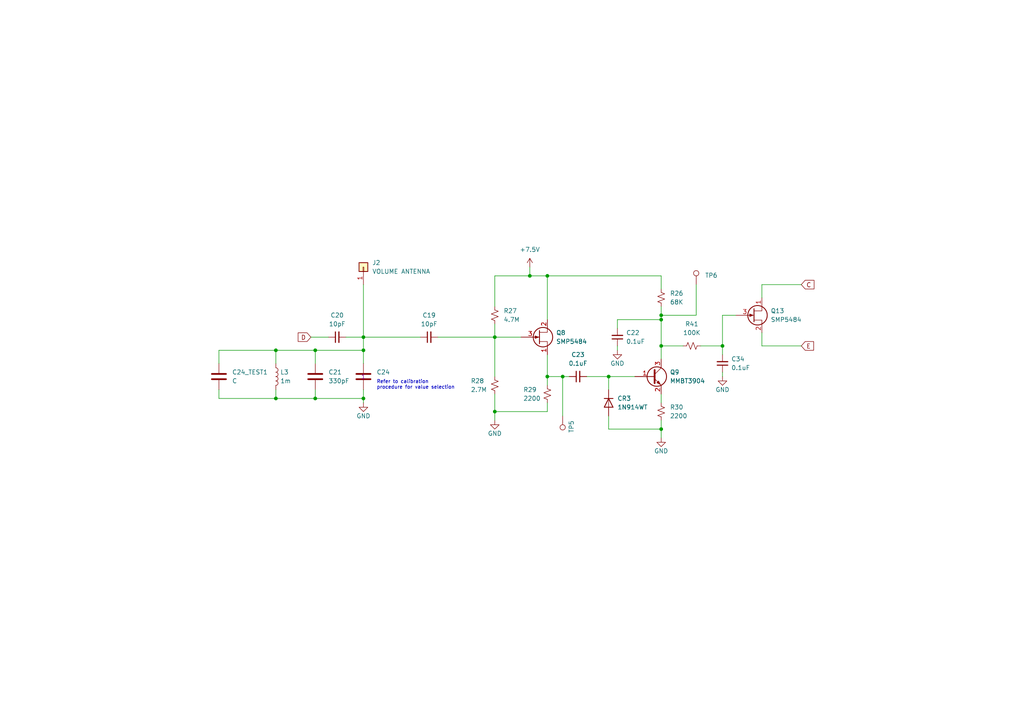
<source format=kicad_sch>
(kicad_sch (version 20221206) (generator eeschema)
  (paper "A4")
  (lib_symbols
    (symbol "Connector:TestPoint" (pin_numbers hide) (pin_names (offset 0.762) hide)
      (property "Reference" "TP" (at 0 6.858 0))
      (property "Value" "TestPoint" (at 0 5.08 0))
      (symbol "TestPoint_0_1"
        (circle (center 0 3.302) (radius 0.762))
      )
      (symbol "TestPoint_1_1"
        (pin passive line (at 0 0 90) (length 2.54) (name "1") (number "1"))
      )
    )
    (symbol "Connector_Generic:Conn_01x01" (pin_names (offset 1.016) hide)
      (property "Reference" "J" (at 0 2.54 0))
      (property "Value" "Conn_01x01" (at 0 -2.54 0))
      (symbol "Conn_01x01_1_1"
        (rectangle (start -1.27 0.127) (end 0 -0.127) (stroke (width 0.1524)))
        (rectangle (start -1.27 1.27) (end 1.27 -1.27) (stroke (width 0.254)) (fill (type background)))
        (pin passive line (at -5.08 0 0) (length 3.81) (name "Pin_1") (number "1"))
      )
    )
    (symbol "Device:C" (pin_numbers hide) (pin_names (offset 0.254))
      (property "Reference" "C" (at 0.635 2.54 0))
      (property "Value" "C" (at 0.635 -2.54 0))
      (symbol "C_0_1"
        (polyline (pts (xy -2.032 -0.762) (xy 2.032 -0.762)) (stroke (width 0.508)))
        (polyline (pts (xy -2.032 0.762) (xy 2.032 0.762)) (stroke (width 0.508)))
      )
      (symbol "C_1_1"
        (pin passive line (at 0 3.81 270) (length 2.794) (name "~") (number "1"))
        (pin passive line (at 0 -3.81 90) (length 2.794) (name "~") (number "2"))
      )
    )
    (symbol "Device:C_Small" (pin_numbers hide) (pin_names (offset 0.254) hide)
      (property "Reference" "C" (at 0.254 1.778 0))
      (property "Value" "C_Small" (at 0.254 -2.032 0))
      (symbol "C_Small_0_1"
        (polyline (pts (xy -1.524 -0.508) (xy 1.524 -0.508)) (stroke (width 0.3302)))
        (polyline (pts (xy -1.524 0.508) (xy 1.524 0.508)) (stroke (width 0.3048)))
      )
      (symbol "C_Small_1_1"
        (pin passive line (at 0 2.54 270) (length 2.032) (name "~") (number "1"))
        (pin passive line (at 0 -2.54 90) (length 2.032) (name "~") (number "2"))
      )
    )
    (symbol "Device:L" (pin_numbers hide) (pin_names (offset 1.016) hide)
      (property "Reference" "L" (at -1.27 0 90))
      (property "Value" "L" (at 1.905 0 90))
      (symbol "L_0_1"
        (arc (start 0 -2.54) (mid 0.6323 -1.905) (end 0 -1.27))
        (arc (start 0 -1.27) (mid 0.6323 -0.635) (end 0 0))
        (arc (start 0 0) (mid 0.6323 0.635) (end 0 1.27))
        (arc (start 0 1.27) (mid 0.6323 1.905) (end 0 2.54))
      )
      (symbol "L_1_1"
        (pin passive line (at 0 3.81 270) (length 1.27) (name "1") (number "1"))
        (pin passive line (at 0 -3.81 90) (length 1.27) (name "2") (number "2"))
      )
    )
    (symbol "Device:Q_NJFET_SDG" (pin_names (offset 0) hide)
      (property "Reference" "Q" (at 5.08 1.27 0))
      (property "Value" "Q_NJFET_SDG" (at 5.08 -1.27 0))
      (symbol "Q_NJFET_SDG_0_1"
        (polyline (pts (xy 0.254 1.905) (xy 0.254 -1.905) (xy 0.254 -1.905)) (stroke (width 0.254)))
        (polyline (pts (xy 2.54 -2.54) (xy 2.54 -1.27) (xy 0.254 -1.27)))
        (polyline (pts (xy 2.54 2.54) (xy 2.54 1.397) (xy 0.254 1.397)))
        (polyline (pts (xy 0 0) (xy -1.016 0.381) (xy -1.016 -0.381) (xy 0 0)) (fill (type outline)))
        (circle (center 1.27 0) (radius 2.8194) (stroke (width 0.254)))
      )
      (symbol "Q_NJFET_SDG_1_1"
        (pin passive line (at 2.54 -5.08 90) (length 2.54) (name "S") (number "1"))
        (pin passive line (at 2.54 5.08 270) (length 2.54) (name "D") (number "2"))
        (pin input line (at -5.08 0 0) (length 5.334) (name "G") (number "3"))
      )
    )
    (symbol "Device:R_Small_US" (pin_numbers hide) (pin_names (offset 0.254) hide)
      (property "Reference" "R" (at 0.762 0.508 0))
      (property "Value" "R_Small_US" (at 0.762 -1.016 0))
      (symbol "R_Small_US_1_1"
        (polyline (pts (xy 0 0) (xy 1.016 -0.381) (xy 0 -0.762) (xy -1.016 -1.143) (xy 0 -1.524)))
        (polyline (pts (xy 0 1.524) (xy 1.016 1.143) (xy 0 0.762) (xy -1.016 0.381) (xy 0 0)))
        (pin passive line (at 0 2.54 270) (length 1.016) (name "~") (number "1"))
        (pin passive line (at 0 -2.54 90) (length 1.016) (name "~") (number "2"))
      )
    )
    (symbol "Diode:1N914WT" (pin_numbers hide) (pin_names hide)
      (property "Reference" "D" (at 0 2.54 0))
      (property "Value" "1N914WT" (at 0 -2.54 0))
      (symbol "1N914WT_0_1"
        (polyline (pts (xy -1.27 1.27) (xy -1.27 -1.27)) (stroke (width 0.254)))
        (polyline (pts (xy 1.27 0) (xy -1.27 0)))
        (polyline (pts (xy 1.27 1.27) (xy 1.27 -1.27) (xy -1.27 0) (xy 1.27 1.27)) (stroke (width 0.254)))
      )
      (symbol "1N914WT_1_1"
        (pin passive line (at -3.81 0 0) (length 2.54) (name "K") (number "1"))
        (pin passive line (at 3.81 0 180) (length 2.54) (name "A") (number "2"))
      )
    )
    (symbol "Transistor_BJT:MMBT3904" (pin_names (offset 0) hide)
      (property "Reference" "Q" (at 5.08 1.905 0))
      (property "Value" "MMBT3904" (at 5.08 0 0))
      (symbol "MMBT3904_0_1"
        (polyline (pts (xy 0.635 0.635) (xy 2.54 2.54)))
        (polyline (pts (xy 0.635 -0.635) (xy 2.54 -2.54) (xy 2.54 -2.54)))
        (polyline (pts (xy 0.635 1.905) (xy 0.635 -1.905) (xy 0.635 -1.905)) (stroke (width 0.508)))
        (polyline (pts (xy 1.27 -1.778) (xy 1.778 -1.27) (xy 2.286 -2.286) (xy 1.27 -1.778) (xy 1.27 -1.778)) (fill (type outline)))
        (circle (center 1.27 0) (radius 2.8194) (stroke (width 0.254)))
      )
      (symbol "MMBT3904_1_1"
        (pin input line (at -5.08 0 0) (length 5.715) (name "B") (number "1"))
        (pin passive line (at 2.54 -5.08 90) (length 2.54) (name "E") (number "2"))
        (pin passive line (at 2.54 5.08 270) (length 2.54) (name "C") (number "3"))
      )
    )
    (symbol "power:+7.5V" (power) (pin_names (offset 0))
      (property "Value" "+7.5V" (at 0 3.556 0))
      (symbol "+7.5V_0_1"
        (polyline (pts (xy -0.762 1.27) (xy 0 2.54)))
        (polyline (pts (xy 0 0) (xy 0 2.54)))
        (polyline (pts (xy 0 2.54) (xy 0.762 1.27)))
      )
      (symbol "+7.5V_1_1"
        (pin power_in line (at 0 0 90) (length 0) hide (name "+7.5V") (number "1"))
      )
    )
    (symbol "power:GND" (power) (pin_names (offset 0))
      (property "Value" "GND" (at 0 -3.81 0))
      (symbol "GND_0_1"
        (polyline (pts (xy 0 0) (xy 0 -1.27) (xy 1.27 -1.27) (xy 0 -2.54) (xy -1.27 -1.27) (xy 0 -1.27)))
      )
      (symbol "GND_1_1"
        (pin power_in line (at 0 0 270) (length 0) hide (name "GND") (number "1"))
      )
    )
  )
  (junction (at 143.51 119.38))
  (junction (at 143.51 97.79))
  (junction (at 158.75 109.22))
  (junction (at 80.01 115.57))
  (junction (at 158.75 80.01))
  (junction (at 163.195 109.22))
  (junction (at 209.55 100.33))
  (junction (at 91.44 115.57))
  (junction (at 191.77 91.44))
  (junction (at 105.41 115.57))
  (junction (at 153.67 80.01))
  (junction (at 105.41 101.6))
  (junction (at 191.77 124.46))
  (junction (at 91.44 101.6))
  (junction (at 191.77 100.33))
  (junction (at 176.53 109.22))
  (junction (at 191.77 92.71))
  (junction (at 80.01 101.6))
  (junction (at 105.41 97.79))
  (wire (pts (xy 158.75 80.01) (xy 158.75 92.71)))
  (wire (pts (xy 191.77 114.3) (xy 191.77 116.84)))
  (wire (pts (xy 63.5 101.6) (xy 80.01 101.6)))
  (wire (pts (xy 143.51 88.9) (xy 143.51 80.01)))
  (wire (pts (xy 179.07 95.25) (xy 179.07 92.71)))
  (wire (pts (xy 201.93 82.55) (xy 201.93 91.44)))
  (wire (pts (xy 158.75 109.22) (xy 163.195 109.22)))
  (wire (pts (xy 176.53 109.22) (xy 170.18 109.22)))
  (wire (pts (xy 220.98 86.36) (xy 220.98 82.55)))
  (wire (pts (xy 80.01 105.41) (xy 80.01 101.6)))
  (wire (pts (xy 100.33 97.79) (xy 105.41 97.79)))
  (wire (pts (xy 63.5 115.57) (xy 80.01 115.57)))
  (wire (pts (xy 198.12 100.33) (xy 191.77 100.33)))
  (wire (pts (xy 209.55 102.87) (xy 209.55 100.33)))
  (wire (pts (xy 191.77 91.44) (xy 191.77 92.71)))
  (wire (pts (xy 220.98 100.33) (xy 232.41 100.33)))
  (wire (pts (xy 105.41 116.84) (xy 105.41 115.57)))
  (wire (pts (xy 105.41 82.55) (xy 105.41 97.79)))
  (wire (pts (xy 158.75 116.84) (xy 158.75 119.38)))
  (wire (pts (xy 176.53 120.65) (xy 176.53 124.46)))
  (wire (pts (xy 176.53 109.22) (xy 184.15 109.22)))
  (wire (pts (xy 191.77 83.82) (xy 191.77 80.01)))
  (wire (pts (xy 105.41 101.6) (xy 105.41 105.41)))
  (wire (pts (xy 191.77 92.71) (xy 191.77 100.33)))
  (wire (pts (xy 179.07 100.33) (xy 179.07 101.6)))
  (wire (pts (xy 191.77 121.92) (xy 191.77 124.46)))
  (wire (pts (xy 176.53 113.03) (xy 176.53 109.22)))
  (wire (pts (xy 191.77 124.46) (xy 191.77 127)))
  (wire (pts (xy 158.75 109.22) (xy 158.75 111.76)))
  (wire (pts (xy 158.75 119.38) (xy 143.51 119.38)))
  (wire (pts (xy 80.01 115.57) (xy 80.01 113.03)))
  (wire (pts (xy 143.51 97.79) (xy 143.51 109.22)))
  (wire (pts (xy 105.41 97.79) (xy 105.41 101.6)))
  (wire (pts (xy 191.77 88.9) (xy 191.77 91.44)))
  (wire (pts (xy 179.07 92.71) (xy 191.77 92.71)))
  (wire (pts (xy 220.98 82.55) (xy 232.41 82.55)))
  (wire (pts (xy 158.75 102.87) (xy 158.75 109.22)))
  (wire (pts (xy 209.55 91.44) (xy 213.36 91.44)))
  (wire (pts (xy 127 97.79) (xy 143.51 97.79)))
  (wire (pts (xy 143.51 97.79) (xy 151.13 97.79)))
  (wire (pts (xy 153.67 80.01) (xy 158.75 80.01)))
  (wire (pts (xy 143.51 80.01) (xy 153.67 80.01)))
  (wire (pts (xy 153.67 77.47) (xy 153.67 80.01)))
  (wire (pts (xy 91.44 113.03) (xy 91.44 115.57)))
  (wire (pts (xy 91.44 101.6) (xy 105.41 101.6)))
  (wire (pts (xy 105.41 97.79) (xy 121.92 97.79)))
  (wire (pts (xy 80.01 101.6) (xy 91.44 101.6)))
  (wire (pts (xy 90.17 97.79) (xy 95.25 97.79)))
  (wire (pts (xy 191.77 91.44) (xy 201.93 91.44)))
  (wire (pts (xy 191.77 80.01) (xy 158.75 80.01)))
  (wire (pts (xy 105.41 113.03) (xy 105.41 115.57)))
  (wire (pts (xy 63.5 105.41) (xy 63.5 101.6)))
  (wire (pts (xy 143.51 97.79) (xy 143.51 93.98)))
  (wire (pts (xy 176.53 124.46) (xy 191.77 124.46)))
  (wire (pts (xy 209.55 100.33) (xy 209.55 91.44)))
  (wire (pts (xy 209.55 107.95) (xy 209.55 109.22)))
  (wire (pts (xy 91.44 115.57) (xy 105.41 115.57)))
  (wire (pts (xy 163.195 109.22) (xy 165.1 109.22)))
  (wire (pts (xy 203.2 100.33) (xy 209.55 100.33)))
  (wire (pts (xy 220.98 96.52) (xy 220.98 100.33)))
  (wire (pts (xy 143.51 114.3) (xy 143.51 119.38)))
  (wire (pts (xy 191.77 100.33) (xy 191.77 104.14)))
  (wire (pts (xy 63.5 113.03) (xy 63.5 115.57)))
  (wire (pts (xy 91.44 105.41) (xy 91.44 101.6)))
  (wire (pts (xy 80.01 115.57) (xy 91.44 115.57)))
  (wire (pts (xy 143.51 119.38) (xy 143.51 121.92)))
  (wire (pts (xy 163.195 109.22) (xy 163.195 120.65)))
  (text "Refer to calibration\nprocedure for value selection" (at 109.22 113.03 0) (effects (font (size 1 1)) (justify left bottom)))
  (global_label "D" (shape input) (at 90.17 97.79 180) (property "Intersheetrefs" "${INTERSHEET_REFS}" (effects hide)))
  (global_label "C" (shape input) (at 232.41 82.55 0) (property "Intersheetrefs" "${INTERSHEET_REFS}" (effects hide)))
  (global_label "E" (shape input) (at 232.41 100.33 0) (property "Intersheetrefs" "${INTERSHEET_REFS}" (effects hide)))
  (symbol (lib_id "power:GND") (at 209.55 109.22 0) (unit 1)
    (property "Reference" "#PWR0127" (effects hide))
    (property "Value" "GND" (at 209.55 113.03 0))
  )
  (symbol (lib_id "Device:R_Small_US") (at 191.77 86.36 0) (unit 1)
    (property "Reference" "R26" (at 194.31 85.0899 0) (effects (justify left)))
    (property "Value" "68K" (at 194.31 87.6299 0) (effects (justify left)))
    (property "Footprint" "Resistor_SMD:R_0603_1608Metric" (effects hide))
    (property "Datasheet" "https://www.mouser.com/ProductDetail/603-RC0603FR-0768KL" (effects hide))
    (property "Sim.Enable" "0" (effects hide))
  )
  (symbol (lib_id "Device:C_Small") (at 124.46 97.79 90) (unit 1)
    (property "Reference" "C19" (at 124.4663 91.44 90))
    (property "Value" "10pF" (at 124.4663 93.98 90))
    (property "Footprint" "Capacitor_SMD:C_0603_1608Metric" (effects hide))
    (property "Datasheet" "https://www.mouser.com/ProductDetail/80-C0603C100K3RAUTO" (effects hide))
    (property "Sim.Enable" "0" (effects hide))
  )
  (symbol (lib_id "power:GND") (at 105.41 116.84 0) (unit 1)
    (property "Reference" "#PWR0122" (effects hide))
    (property "Value" "GND" (at 105.41 120.65 0))
  )
  (symbol (lib_id "Device:R_Small_US") (at 143.51 91.44 0) (unit 1)
    (property "Reference" "R27" (at 146.05 90.1699 0) (effects (justify left)))
    (property "Value" "4.7M" (at 146.05 92.7099 0) (effects (justify left)))
    (property "Footprint" "Resistor_SMD:R_0603_1608Metric" (effects hide))
    (property "Datasheet" "https://www.mouser.com/ProductDetail/603-AC0603FR-074M7L" (effects hide))
    (property "Sim.Enable" "0" (effects hide))
  )
  (symbol (lib_id "Connector:TestPoint") (at 163.195 120.65 180) (unit 1)
    (property "Reference" "TP5" (at 165.735 121.92 90) (effects (justify left)))
    (property "Value" "TestPoint" (effects hide))
    (property "Footprint" "TestPoint:TestPoint_Loop_D1.80mm_Drill1.0mm_Beaded" (effects hide))
    (property "Datasheet" "https://www.mouser.com/ProductDetail/Keystone-Electronics/5002" (effects hide))
    (property "Sim.Enable" "0" (effects hide))
  )
  (symbol (lib_id "Device:C") (at 63.5 109.22 0) (unit 1)
    (property "Reference" "C24_TEST1" (at 67.31 107.9499 0) (effects (justify left)))
    (property "Value" "C" (at 67.31 110.4899 0) (effects (justify left)))
    (property "Footprint" "Capacitor_THT:C_Disc_D3.0mm_W1.6mm_P2.50mm" (effects hide))
    (property "Datasheet" "https://www.mouser.com/ProductDetail/Cornell-Dubilier-CDE/MC12CD100D-TF" (effects hide))
    (property "DNP" "1" (effects hide))
    (property "Sim.Enable" "0" (effects hide))
  )
  (symbol (lib_id "Device:C_Small") (at 179.07 97.79 180) (unit 1)
    (property "Reference" "C22" (at 181.61 96.5135 0) (effects (justify right)))
    (property "Value" "0.1uF" (at 181.61 99.0535 0) (effects (justify right)))
    (property "Footprint" "Capacitor_SMD:C_0603_1608Metric" (effects hide))
    (property "Datasheet" "https://www.mouser.com/ProductDetail/80-C603C104K5RAC3121" (effects hide))
    (property "Sim.Enable" "0" (effects hide))
  )
  (symbol (lib_id "Device:R_Small_US") (at 158.75 114.3 0) (unit 1)
    (property "Reference" "R29" (at 151.765 113.03 0) (effects (justify left)))
    (property "Value" "2200" (at 151.765 115.57 0) (effects (justify left)))
    (property "Footprint" "Resistor_SMD:R_0603_1608Metric" (effects hide))
    (property "Datasheet" "https://www.mouser.com/ProductDetail/603-RC0603FR-102K2L" (effects hide))
    (property "Sim.Enable" "0" (effects hide))
  )
  (symbol (lib_id "power:GND") (at 143.51 121.92 0) (unit 1)
    (property "Reference" "#PWR0124" (effects hide))
    (property "Value" "GND" (at 143.51 125.73 0))
  )
  (symbol (lib_id "power:+7.5V") (at 153.67 77.47 0) (unit 1)
    (property "Reference" "#PWR0123" (effects hide))
    (property "Value" "+7.5V" (at 153.67 72.39 0))
  )
  (symbol (lib_id "Device:L") (at 80.01 109.22 0) (unit 1)
    (property "Reference" "L3" (at 81.28 107.9499 0) (effects (justify left)))
    (property "Value" "1m" (at 81.28 110.4899 0) (effects (justify left)))
    (property "Footprint" "Theremin:L_1812_4532Metric" (effects hide))
    (property "Datasheet" "https://www.coilcraft.com/en-us/products/rf/ferrite-core-chip-inductors/1812-(4532)/1812fs/" (effects hide))
    (property "Sim.Enable" "0" (effects hide))
  )
  (symbol (lib_id "Device:C_Small") (at 167.64 109.22 90) (unit 1)
    (property "Reference" "C23" (at 167.6463 102.87 90))
    (property "Value" "0.1uF" (at 167.6463 105.41 90))
    (property "Footprint" "Capacitor_SMD:C_0603_1608Metric" (effects hide))
    (property "Datasheet" "https://www.mouser.com/ProductDetail/80-C603C104K5RAC3121" (effects hide))
    (property "Sim.Enable" "0" (effects hide))
  )
  (symbol (lib_id "Diode:1N914WT") (at 176.53 116.84 270) (unit 1)
    (property "Reference" "CR3" (at 179.07 115.5699 90) (effects (justify left)))
    (property "Value" "1N914WT" (at 179.07 118.1099 90) (effects (justify left)))
    (property "Footprint" "Diode_SMD:D_SOD-523" (effects hide))
    (property "Datasheet" "https://www.mouser.com/ProductDetail/512-1N914BWT" (effects hide))
    (property "Sim.Enable" "0" (effects hide))
  )
  (symbol (lib_id "Device:C_Small") (at 209.55 105.41 180) (unit 1)
    (property "Reference" "C34" (at 212.09 104.1335 0) (effects (justify right)))
    (property "Value" "0.1uF" (at 212.09 106.6735 0) (effects (justify right)))
    (property "Footprint" "Capacitor_SMD:C_0603_1608Metric" (effects hide))
    (property "Datasheet" "https://www.mouser.com/ProductDetail/80-C603C104K5RAC3121" (effects hide))
    (property "Sim.Enable" "0" (effects hide))
  )
  (symbol (lib_id "Device:Q_NJFET_SDG") (at 218.44 91.44 0) (mirror x) (unit 1)
    (property "Reference" "Q13" (at 223.52 90.1699 0) (effects (justify left)))
    (property "Value" "SMP5484" (at 223.52 92.7099 0) (effects (justify left)))
    (property "Footprint" "Package_TO_SOT_SMD:SOT-23" (effects hide))
    (property "Datasheet" "https://www.mouser.com/ProductDetail/106-SMP5484" (effects hide))
    (property "Sim.Enable" "0" (effects hide))
  )
  (symbol (lib_id "power:GND") (at 179.07 101.6 0) (unit 1)
    (property "Reference" "#PWR0125" (effects hide))
    (property "Value" "GND" (at 179.07 105.41 0))
  )
  (symbol (lib_id "Connector:TestPoint") (at 201.93 82.55 0) (unit 1)
    (property "Reference" "TP6" (at 204.47 79.883 0) (effects (justify left)))
    (property "Value" "TestPoint" (effects hide))
    (property "Footprint" "TestPoint:TestPoint_Loop_D1.80mm_Drill1.0mm_Beaded" (effects hide))
    (property "Datasheet" "https://www.mouser.com/ProductDetail/Keystone-Electronics/5002" (effects hide))
    (property "Sim.Enable" "0" (effects hide))
  )
  (symbol (lib_id "Device:Q_NJFET_SDG") (at 156.21 97.79 0) (unit 1)
    (property "Reference" "Q8" (at 161.29 96.5199 0) (effects (justify left)))
    (property "Value" "SMP5484" (at 161.29 99.0599 0) (effects (justify left)))
    (property "Footprint" "Package_TO_SOT_SMD:SOT-23" (effects hide))
    (property "Datasheet" "https://www.mouser.com/ProductDetail/106-SMP5484" (effects hide))
    (property "Sim.Enable" "0" (effects hide))
  )
  (symbol (lib_id "Device:R_Small_US") (at 143.51 111.76 0) (unit 1)
    (property "Reference" "R28" (at 136.525 110.49 0) (effects (justify left)))
    (property "Value" "2.7M" (at 136.525 113.03 0) (effects (justify left)))
    (property "Footprint" "Resistor_SMD:R_0603_1608Metric" (effects hide))
    (property "Datasheet" "https://www.mouser.com/ProductDetail/603-RC0603FR-072M7L" (effects hide))
    (property "Sim.Enable" "0" (effects hide))
  )
  (symbol (lib_id "Device:C") (at 91.44 109.22 0) (unit 1)
    (property "Reference" "C21" (at 95.25 107.9499 0) (effects (justify left)))
    (property "Value" "330pF" (at 95.25 110.4899 0) (effects (justify left)))
    (property "Footprint" "Capacitor_SMD:C_1812_4532Metric_Pad1.57x3.40mm_HandSolder" (effects hide))
    (property "Datasheet" "https://www.mouser.com/ProductDetail/598-MC18FD331J-TF" (effects hide))
    (property "Sim.Enable" "0" (effects hide))
  )
  (symbol (lib_id "Transistor_BJT:MMBT3904") (at 189.23 109.22 0) (unit 1)
    (property "Reference" "Q9" (at 194.31 107.9499 0) (effects (justify left)))
    (property "Value" "MMBT3904" (at 194.31 110.4899 0) (effects (justify left)))
    (property "Footprint" "Package_TO_SOT_SMD:SOT-23" (effects hide))
    (property "Datasheet" "https://www.mouser.com/ProductDetail/726-MMBT3904LT1" (effects hide))
    (property "Sim.Enable" "0" (effects hide))
  )
  (symbol (lib_id "Device:R_Small_US") (at 191.77 119.38 0) (unit 1)
    (property "Reference" "R30" (at 194.31 118.1099 0) (effects (justify left)))
    (property "Value" "2200" (at 194.31 120.6499 0) (effects (justify left)))
    (property "Footprint" "Resistor_SMD:R_0603_1608Metric" (effects hide))
    (property "Datasheet" "https://www.mouser.com/ProductDetail/603-RC0603FR-102K2L" (effects hide))
    (property "Sim.Enable" "0" (effects hide))
  )
  (symbol (lib_id "Device:C_Small") (at 97.79 97.79 90) (unit 1)
    (property "Reference" "C20" (at 97.7963 91.44 90))
    (property "Value" "10pF" (at 97.7963 93.98 90))
    (property "Footprint" "Capacitor_SMD:C_0603_1608Metric" (effects hide))
    (property "Datasheet" "https://www.mouser.com/ProductDetail/80-C0603C100K3RAUTO" (effects hide))
    (property "Sim.Enable" "0" (effects hide))
  )
  (symbol (lib_id "Device:C") (at 105.41 109.22 0) (unit 1)
    (property "Reference" "C24" (at 109.22 107.95 0) (effects (justify left)))
    (property "Value" "C_Mica" (effects hide))
    (property "Footprint" "Capacitor_SMD:C_0805_2012Metric_Pad1.18x1.45mm_HandSolder" (effects hide))
    (property "Datasheet" "https://www.mouser.com/ProductDetail/Cornell-Dubilier-CDE/MC08CA050D-F" (effects hide))
    (property "DNP" "1" (at 105.41 109.22 0))
    (property "Sim.Enable" "0" (effects hide))
  )
  (symbol (lib_id "Device:R_Small_US") (at 200.66 100.33 90) (unit 1)
    (property "Reference" "R41" (at 200.66 93.98 90))
    (property "Value" "100K" (at 200.66 96.52 90))
    (property "Footprint" "Resistor_SMD:R_0603_1608Metric" (effects hide))
    (property "Datasheet" "https://www.mouser.com/ProductDetail/603-RC0603FR-07100KL" (effects hide))
    (property "Sim.Enable" "0" (effects hide))
  )
  (symbol (lib_id "Connector_Generic:Conn_01x01") (at 105.41 77.47 90) (unit 1)
    (property "Reference" "J2" (at 107.95 76.1999 90) (effects (justify right)))
    (property "Value" "VOLUME ANTENNA" (at 107.95 78.7399 90) (effects (justify right)))
    (property "Footprint" "MountingHole:MountingHole_4.3mm_M4_Pad_Via" (effects hide))
    (property "Sim.Enable" "0" (effects hide))
  )
  (symbol (lib_id "power:GND") (at 191.77 127 0) (unit 1)
    (property "Reference" "#PWR0126" (effects hide))
    (property "Value" "GND" (at 191.77 130.81 0))
  )
)
</source>
